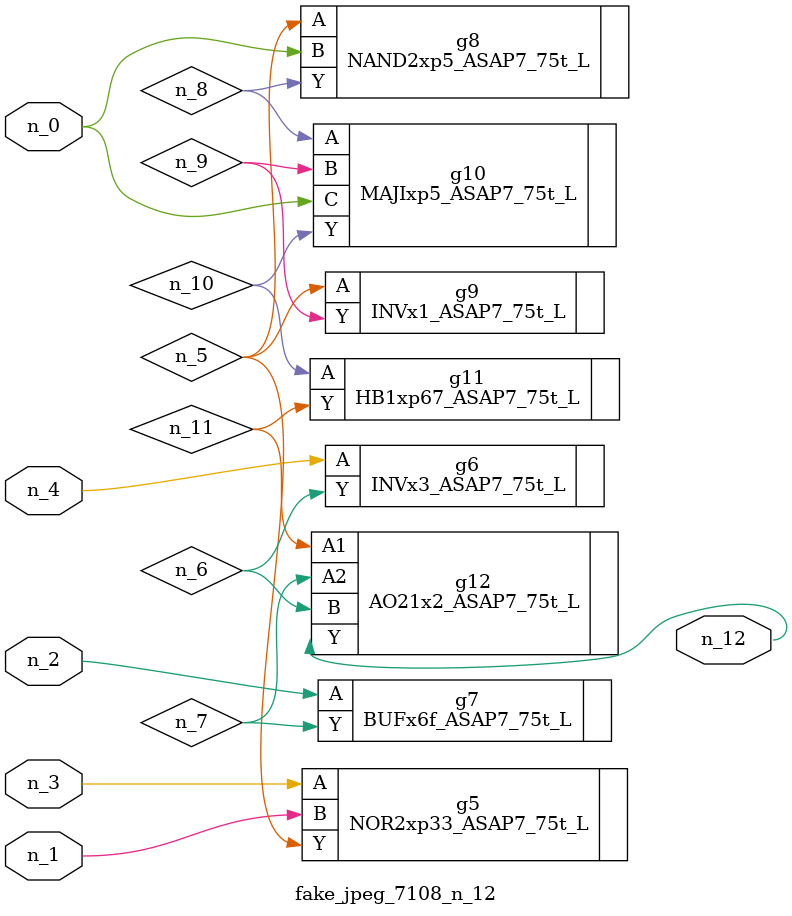
<source format=v>
module fake_jpeg_7108_n_12 (n_3, n_2, n_1, n_0, n_4, n_12);

input n_3;
input n_2;
input n_1;
input n_0;
input n_4;

output n_12;

wire n_11;
wire n_10;
wire n_8;
wire n_9;
wire n_6;
wire n_5;
wire n_7;

NOR2xp33_ASAP7_75t_L g5 ( 
.A(n_3),
.B(n_1),
.Y(n_5)
);

INVx3_ASAP7_75t_L g6 ( 
.A(n_4),
.Y(n_6)
);

BUFx6f_ASAP7_75t_L g7 ( 
.A(n_2),
.Y(n_7)
);

NAND2xp5_ASAP7_75t_L g8 ( 
.A(n_5),
.B(n_0),
.Y(n_8)
);

MAJIxp5_ASAP7_75t_L g10 ( 
.A(n_8),
.B(n_9),
.C(n_0),
.Y(n_10)
);

INVx1_ASAP7_75t_L g9 ( 
.A(n_5),
.Y(n_9)
);

HB1xp67_ASAP7_75t_L g11 ( 
.A(n_10),
.Y(n_11)
);

AO21x2_ASAP7_75t_L g12 ( 
.A1(n_11),
.A2(n_7),
.B(n_6),
.Y(n_12)
);


endmodule
</source>
